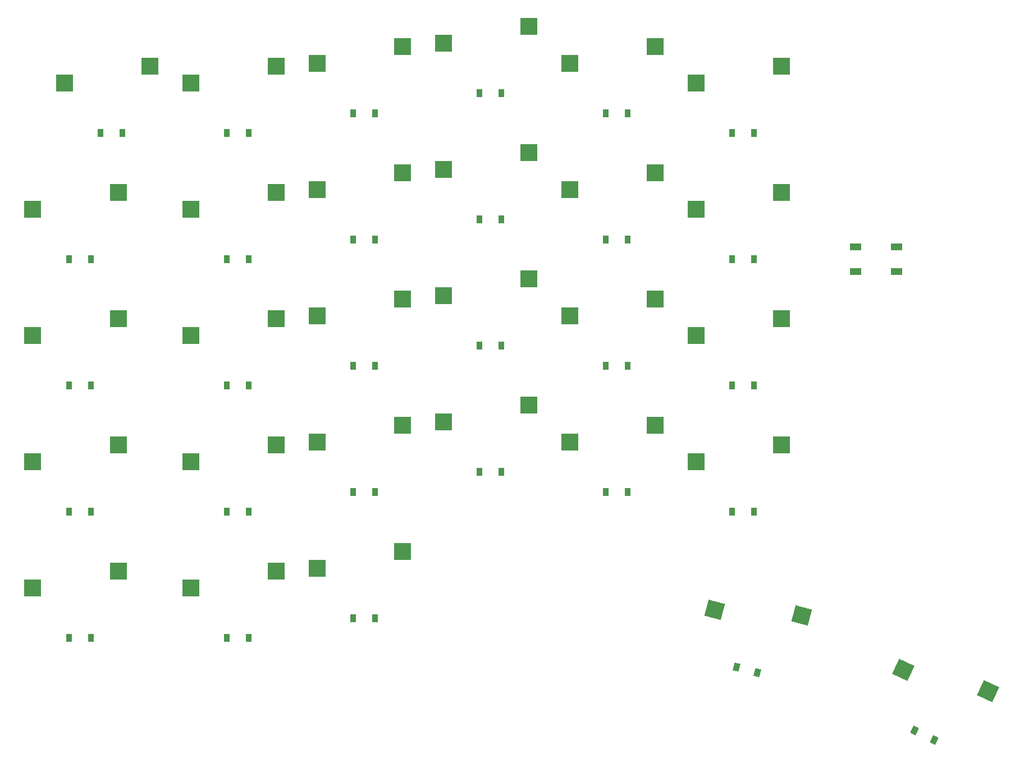
<source format=gbr>
%TF.GenerationSoftware,KiCad,Pcbnew,7.0.2-6a45011f42~172~ubuntu22.04.1*%
%TF.CreationDate,2023-05-03T20:51:48-04:00*%
%TF.ProjectId,left,6c656674-2e6b-4696-9361-645f70636258,v1.0.0*%
%TF.SameCoordinates,Original*%
%TF.FileFunction,Paste,Bot*%
%TF.FilePolarity,Positive*%
%FSLAX46Y46*%
G04 Gerber Fmt 4.6, Leading zero omitted, Abs format (unit mm)*
G04 Created by KiCad (PCBNEW 7.0.2-6a45011f42~172~ubuntu22.04.1) date 2023-05-03 20:51:48*
%MOMM*%
%LPD*%
G01*
G04 APERTURE LIST*
G04 Aperture macros list*
%AMRotRect*
0 Rectangle, with rotation*
0 The origin of the aperture is its center*
0 $1 length*
0 $2 width*
0 $3 Rotation angle, in degrees counterclockwise*
0 Add horizontal line*
21,1,$1,$2,0,0,$3*%
G04 Aperture macros list end*
%ADD10RotRect,2.550000X2.500000X345.000000*%
%ADD11RotRect,2.550000X2.500000X335.000000*%
%ADD12RotRect,0.900000X1.200000X335.000000*%
%ADD13R,2.550000X2.500000*%
%ADD14R,0.900000X1.200000*%
%ADD15RotRect,0.900000X1.200000X345.000000*%
%ADD16R,1.800000X1.100000*%
G04 APERTURE END LIST*
D10*
%TO.C,S28*%
X140963816Y-126912815D03*
X154107739Y-127805118D03*
%TD*%
D11*
%TO.C,S29*%
X182178590Y-139212427D03*
X169389299Y-136051263D03*
%TD*%
D12*
%TO.C,D29*%
X174119356Y-146576394D03*
X171128540Y-145181754D03*
%TD*%
D13*
%TO.C,S1*%
X38152500Y-123660000D03*
X51079500Y-121120000D03*
%TD*%
%TO.C,S2*%
X51079500Y-102070000D03*
X38152500Y-104610000D03*
%TD*%
%TO.C,S3*%
X51079500Y-83020000D03*
X38152500Y-85560000D03*
%TD*%
%TO.C,S4*%
X51079500Y-63970000D03*
X38152500Y-66510000D03*
%TD*%
%TO.C,S5*%
X55842000Y-44920000D03*
X42915000Y-47460000D03*
%TD*%
%TO.C,S6*%
X61965000Y-123660000D03*
X74892000Y-121120000D03*
%TD*%
%TO.C,S7*%
X74892000Y-102070000D03*
X61965000Y-104610000D03*
%TD*%
%TO.C,S8*%
X61965000Y-85560000D03*
X74892000Y-83020000D03*
%TD*%
%TO.C,S9*%
X61965000Y-66510000D03*
X74892000Y-63970000D03*
%TD*%
%TO.C,S10*%
X74892000Y-44920000D03*
X61965000Y-47460000D03*
%TD*%
%TO.C,S11*%
X81015000Y-120660000D03*
X93942000Y-118120000D03*
%TD*%
%TO.C,S12*%
X81015000Y-101610000D03*
X93942000Y-99070000D03*
%TD*%
%TO.C,S13*%
X81015000Y-82560000D03*
X93942000Y-80020000D03*
%TD*%
%TO.C,S14*%
X81015000Y-63510000D03*
X93942000Y-60970000D03*
%TD*%
%TO.C,S15*%
X81015000Y-44460000D03*
X93942000Y-41920000D03*
%TD*%
%TO.C,S16*%
X112992000Y-96070000D03*
X100065000Y-98610000D03*
%TD*%
%TO.C,S17*%
X100065000Y-79560000D03*
X112992000Y-77020000D03*
%TD*%
%TO.C,S18*%
X100065000Y-60510000D03*
X112992000Y-57970000D03*
%TD*%
%TO.C,S19*%
X100065000Y-41460000D03*
X112992000Y-38920000D03*
%TD*%
%TO.C,S20*%
X132042000Y-99070000D03*
X119115000Y-101610000D03*
%TD*%
%TO.C,S21*%
X119115000Y-82560000D03*
X132042000Y-80020000D03*
%TD*%
%TO.C,S22*%
X132042000Y-60970000D03*
X119115000Y-63510000D03*
%TD*%
%TO.C,S23*%
X119115000Y-44460000D03*
X132042000Y-41920000D03*
%TD*%
%TO.C,S24*%
X138165000Y-104610000D03*
X151092000Y-102070000D03*
%TD*%
%TO.C,S25*%
X138165000Y-85560000D03*
X151092000Y-83020000D03*
%TD*%
%TO.C,S26*%
X138165000Y-66510000D03*
X151092000Y-63970000D03*
%TD*%
%TO.C,S27*%
X138165000Y-47460000D03*
X151092000Y-44920000D03*
%TD*%
D14*
%TO.C,D1*%
X46887500Y-131200000D03*
X43587500Y-131200000D03*
%TD*%
%TO.C,D2*%
X46887500Y-112150000D03*
X43587500Y-112150000D03*
%TD*%
%TO.C,D3*%
X46887500Y-93100000D03*
X43587500Y-93100000D03*
%TD*%
%TO.C,D4*%
X46887500Y-74050000D03*
X43587500Y-74050000D03*
%TD*%
%TO.C,D5*%
X51650000Y-55000000D03*
X48350000Y-55000000D03*
%TD*%
%TO.C,D6*%
X70700000Y-131200000D03*
X67400000Y-131200000D03*
%TD*%
%TO.C,D7*%
X70700000Y-112150000D03*
X67400000Y-112150000D03*
%TD*%
%TO.C,D8*%
X70700000Y-93100000D03*
X67400000Y-93100000D03*
%TD*%
%TO.C,D9*%
X70700000Y-74050000D03*
X67400000Y-74050000D03*
%TD*%
%TO.C,D10*%
X70700000Y-55000000D03*
X67400000Y-55000000D03*
%TD*%
%TO.C,D11*%
X89750000Y-128200000D03*
X86450000Y-128200000D03*
%TD*%
%TO.C,D12*%
X89750000Y-109150000D03*
X86450000Y-109150000D03*
%TD*%
%TO.C,D13*%
X89750000Y-90100000D03*
X86450000Y-90100000D03*
%TD*%
%TO.C,D14*%
X89750000Y-71050000D03*
X86450000Y-71050000D03*
%TD*%
%TO.C,D15*%
X89750000Y-52000000D03*
X86450000Y-52000000D03*
%TD*%
%TO.C,D16*%
X108800000Y-106150000D03*
X105500000Y-106150000D03*
%TD*%
%TO.C,D17*%
X108800000Y-87100000D03*
X105500000Y-87100000D03*
%TD*%
%TO.C,D18*%
X108800000Y-68050000D03*
X105500000Y-68050000D03*
%TD*%
%TO.C,D19*%
X108800000Y-49000000D03*
X105500000Y-49000000D03*
%TD*%
%TO.C,D20*%
X127850000Y-109150000D03*
X124550000Y-109150000D03*
%TD*%
%TO.C,D21*%
X127850000Y-90100000D03*
X124550000Y-90100000D03*
%TD*%
%TO.C,D22*%
X124550000Y-71050000D03*
X127850000Y-71050000D03*
%TD*%
%TO.C,D23*%
X127850000Y-52000000D03*
X124550000Y-52000000D03*
%TD*%
%TO.C,D24*%
X146900000Y-112150000D03*
X143600000Y-112150000D03*
%TD*%
%TO.C,D25*%
X146900000Y-93100000D03*
X143600000Y-93100000D03*
%TD*%
%TO.C,D26*%
X146900000Y-74050000D03*
X143600000Y-74050000D03*
%TD*%
%TO.C,D27*%
X146900000Y-55000000D03*
X143600000Y-55000000D03*
%TD*%
D15*
%TO.C,D28*%
X147449683Y-136456680D03*
X144262127Y-135602578D03*
%TD*%
D16*
%TO.C,B1*%
X162200000Y-75900000D03*
X168400000Y-75900000D03*
X162200000Y-72200000D03*
X168400000Y-72200000D03*
%TD*%
M02*

</source>
